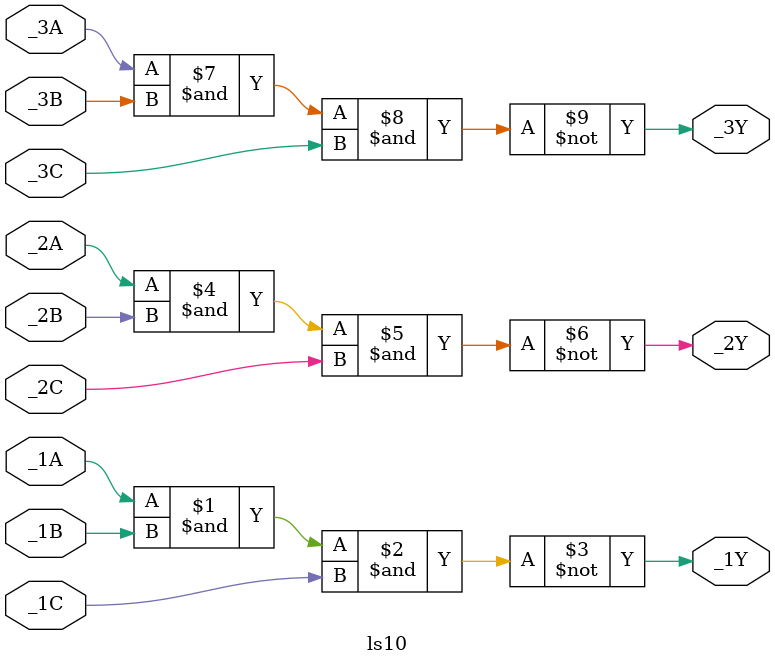
<source format=sv>
/*#########################################################################
#File Name:     ls10.sv
#Description:   SN74LS10N - Triple 3-Input Positive-NAND Gates.
#               Boolean function xY = !(xA . xB . xC) or xY = !xA + !xB + !xC
#               in positive logic, where x = gate number.
#
#Date:          
#Programmer:    Jonathon McEllin, S00150412
#Version:       Rev. 1.00
#
#Notes:         
##########################################################################*/

module ls10(_1A, _1B, _1C, _1Y, _2A, _2B, _2C, _2Y, _3A, _3B, _3C, _3Y);

	input wire _1A, _1B, _1C, _2A, _2B, _2C, _3A, _3B, _3C;
 	output wire _1Y, _2Y, _3Y;

	nand(_1Y, _1A, _1B, _1C);
	nand(_2Y, _2A, _2B, _2C);
	nand(_3Y, _3A, _3B, _3C);
	
endmodule

</source>
